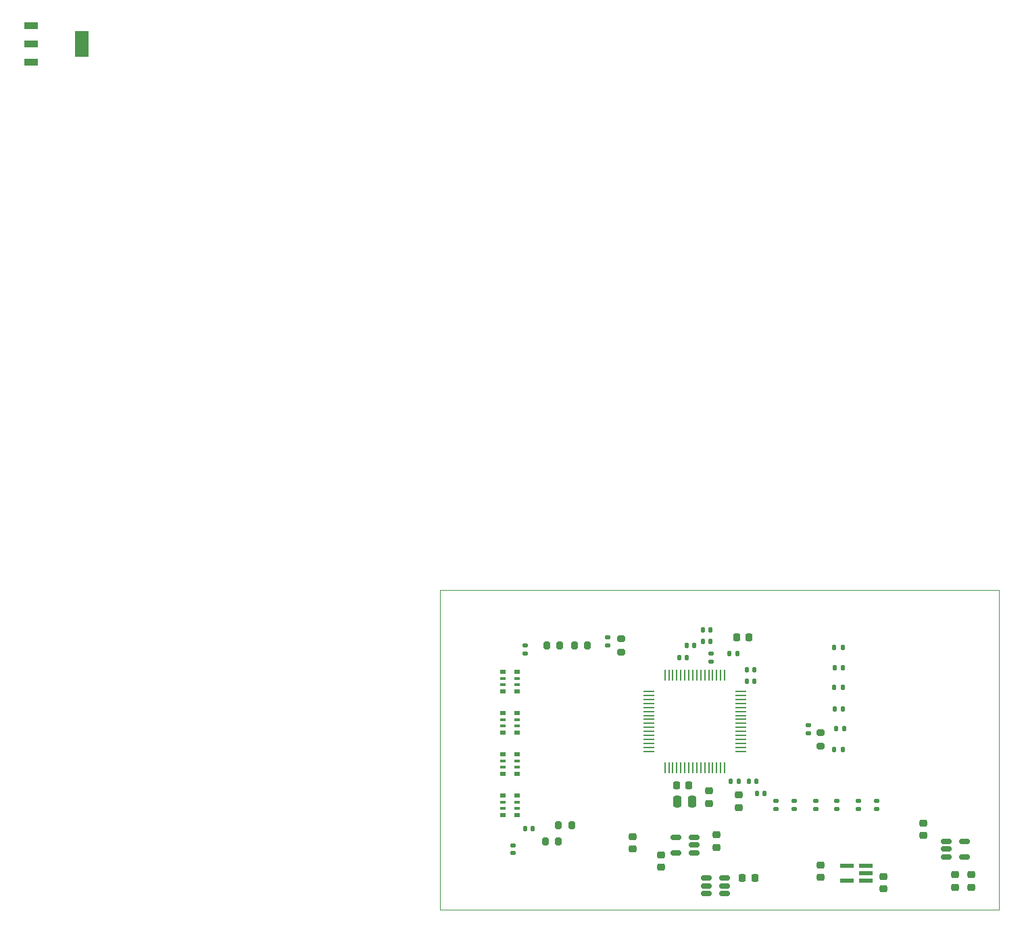
<source format=gbr>
%TF.GenerationSoftware,KiCad,Pcbnew,9.0.2-2.fc42*%
%TF.CreationDate,2025-06-23T11:30:09+02:00*%
%TF.ProjectId,bioamplifier,62696f61-6d70-46c6-9966-6965722e6b69,rev?*%
%TF.SameCoordinates,Original*%
%TF.FileFunction,Paste,Top*%
%TF.FilePolarity,Positive*%
%FSLAX46Y46*%
G04 Gerber Fmt 4.6, Leading zero omitted, Abs format (unit mm)*
G04 Created by KiCad (PCBNEW 9.0.2-2.fc42) date 2025-06-23 11:30:09*
%MOMM*%
%LPD*%
G01*
G04 APERTURE LIST*
G04 Aperture macros list*
%AMRoundRect*
0 Rectangle with rounded corners*
0 $1 Rounding radius*
0 $2 $3 $4 $5 $6 $7 $8 $9 X,Y pos of 4 corners*
0 Add a 4 corners polygon primitive as box body*
4,1,4,$2,$3,$4,$5,$6,$7,$8,$9,$2,$3,0*
0 Add four circle primitives for the rounded corners*
1,1,$1+$1,$2,$3*
1,1,$1+$1,$4,$5*
1,1,$1+$1,$6,$7*
1,1,$1+$1,$8,$9*
0 Add four rect primitives between the rounded corners*
20,1,$1+$1,$2,$3,$4,$5,0*
20,1,$1+$1,$4,$5,$6,$7,0*
20,1,$1+$1,$6,$7,$8,$9,0*
20,1,$1+$1,$8,$9,$2,$3,0*%
G04 Aperture macros list end*
%ADD10R,1.805236X0.612132*%
%ADD11RoundRect,0.135000X-0.185000X0.135000X-0.185000X-0.135000X0.185000X-0.135000X0.185000X0.135000X0*%
%ADD12R,0.800000X0.500000*%
%ADD13R,0.800000X0.400000*%
%ADD14RoundRect,0.200000X-0.200000X-0.275000X0.200000X-0.275000X0.200000X0.275000X-0.200000X0.275000X0*%
%ADD15RoundRect,0.225000X-0.250000X0.225000X-0.250000X-0.225000X0.250000X-0.225000X0.250000X0.225000X0*%
%ADD16RoundRect,0.140000X0.140000X0.170000X-0.140000X0.170000X-0.140000X-0.170000X0.140000X-0.170000X0*%
%ADD17RoundRect,0.135000X-0.135000X-0.185000X0.135000X-0.185000X0.135000X0.185000X-0.135000X0.185000X0*%
%ADD18RoundRect,0.140000X-0.170000X0.140000X-0.170000X-0.140000X0.170000X-0.140000X0.170000X0.140000X0*%
%ADD19RoundRect,0.140000X-0.140000X-0.170000X0.140000X-0.170000X0.140000X0.170000X-0.140000X0.170000X0*%
%ADD20RoundRect,0.150000X0.512500X0.150000X-0.512500X0.150000X-0.512500X-0.150000X0.512500X-0.150000X0*%
%ADD21R,1.750000X0.950000*%
%ADD22R,1.750000X3.200000*%
%ADD23RoundRect,0.150000X-0.512500X-0.150000X0.512500X-0.150000X0.512500X0.150000X-0.512500X0.150000X0*%
%ADD24RoundRect,0.140000X0.170000X-0.140000X0.170000X0.140000X-0.170000X0.140000X-0.170000X-0.140000X0*%
%ADD25RoundRect,0.250000X0.250000X0.475000X-0.250000X0.475000X-0.250000X-0.475000X0.250000X-0.475000X0*%
%ADD26RoundRect,0.225000X0.250000X-0.225000X0.250000X0.225000X-0.250000X0.225000X-0.250000X-0.225000X0*%
%ADD27R,1.346200X0.279400*%
%ADD28R,0.279400X1.346200*%
%ADD29RoundRect,0.147500X0.172500X-0.147500X0.172500X0.147500X-0.172500X0.147500X-0.172500X-0.147500X0*%
%ADD30RoundRect,0.200000X0.275000X-0.200000X0.275000X0.200000X-0.275000X0.200000X-0.275000X-0.200000X0*%
%ADD31RoundRect,0.200000X-0.275000X0.200000X-0.275000X-0.200000X0.275000X-0.200000X0.275000X0.200000X0*%
%ADD32RoundRect,0.225000X-0.225000X-0.250000X0.225000X-0.250000X0.225000X0.250000X-0.225000X0.250000X0*%
%ADD33RoundRect,0.225000X0.225000X0.250000X-0.225000X0.250000X-0.225000X-0.250000X0.225000X-0.250000X0*%
%TA.AperFunction,Profile*%
%ADD34C,0.100000*%
%TD*%
G04 APERTURE END LIST*
D10*
%TO.C,U8*%
X105650483Y-108450001D03*
X105650483Y-107500000D03*
X105650483Y-106549999D03*
X103349517Y-106549999D03*
X103349517Y-108450001D03*
%TD*%
D11*
%TO.C,R14*%
X94460000Y-98490000D03*
X94460000Y-99510000D03*
%TD*%
D12*
%TO.C,RN4*%
X62000000Y-84723435D03*
D13*
X62000000Y-83923435D03*
X62000000Y-83123435D03*
D12*
X62000000Y-82323435D03*
X60200000Y-82323435D03*
D13*
X60200000Y-83123435D03*
X60200000Y-83923435D03*
D12*
X60200000Y-84723435D03*
%TD*%
D14*
%TO.C,R22*%
X65675000Y-79000000D03*
X67325000Y-79000000D03*
%TD*%
D11*
%TO.C,R10*%
X104710000Y-98490000D03*
X104710000Y-99510000D03*
%TD*%
D15*
%TO.C,C5*%
X89750000Y-97725000D03*
X89750000Y-99275000D03*
%TD*%
D16*
%TO.C,C4*%
X89730000Y-96000000D03*
X88770000Y-96000000D03*
%TD*%
D17*
%TO.C,R7*%
X101912865Y-89422865D03*
X102932865Y-89422865D03*
%TD*%
%TO.C,R8*%
X101740000Y-92000000D03*
X102760000Y-92000000D03*
%TD*%
D18*
%TO.C,C23*%
X86250000Y-80020000D03*
X86250000Y-80980000D03*
%TD*%
D15*
%TO.C,C25*%
X107849517Y-107900001D03*
X107849517Y-109450001D03*
%TD*%
D16*
%TO.C,C21*%
X91980000Y-96000000D03*
X91020000Y-96000000D03*
%TD*%
D19*
%TO.C,C20*%
X90770000Y-82000000D03*
X91730000Y-82000000D03*
%TD*%
D20*
%TO.C,U7*%
X84137500Y-104950000D03*
X84137500Y-104000000D03*
X84137500Y-103050000D03*
X81862500Y-103050000D03*
X81862500Y-104950000D03*
%TD*%
D12*
%TO.C,RN1*%
X62000000Y-100200000D03*
D13*
X62000000Y-99400000D03*
X62000000Y-98600000D03*
D12*
X62000000Y-97800000D03*
X60200000Y-97800000D03*
D13*
X60200000Y-98600000D03*
X60200000Y-99400000D03*
D12*
X60200000Y-100200000D03*
%TD*%
D19*
%TO.C,C1*%
X92020000Y-97500000D03*
X92980000Y-97500000D03*
%TD*%
D21*
%TO.C,IC1*%
X1150000Y-1325000D03*
X1150000Y-3625000D03*
X1150000Y-5925000D03*
D22*
X7450000Y-3625000D03*
%TD*%
D23*
%TO.C,U6*%
X115725000Y-103550000D03*
X115725000Y-104500000D03*
X115725000Y-105450000D03*
X118000000Y-105450000D03*
X118000000Y-103550000D03*
%TD*%
D11*
%TO.C,R11*%
X102043332Y-98490000D03*
X102043332Y-99510000D03*
%TD*%
D14*
%TO.C,R2*%
X65520000Y-103500000D03*
X67170000Y-103500000D03*
%TD*%
D18*
%TO.C,C37*%
X61500000Y-104020000D03*
X61500000Y-104980000D03*
%TD*%
D24*
%TO.C,C39*%
X63000000Y-79960000D03*
X63000000Y-79000000D03*
%TD*%
D16*
%TO.C,C38*%
X63980000Y-101918850D03*
X63020000Y-101918850D03*
%TD*%
D25*
%TO.C,C9*%
X83950000Y-98500000D03*
X82050000Y-98500000D03*
%TD*%
D15*
%TO.C,C44*%
X76500000Y-102950000D03*
X76500000Y-104500000D03*
%TD*%
D26*
%TO.C,C42*%
X87000000Y-104275000D03*
X87000000Y-102725000D03*
%TD*%
D15*
%TO.C,C41*%
X116862500Y-107725000D03*
X116862500Y-109275000D03*
%TD*%
D11*
%TO.C,R13*%
X96710000Y-98490000D03*
X96710000Y-99510000D03*
%TD*%
%TO.C,R9*%
X107074443Y-98490000D03*
X107074443Y-99510000D03*
%TD*%
D27*
%TO.C,U1*%
X78471500Y-84750000D03*
X78471500Y-85249999D03*
X78471500Y-85750000D03*
X78471500Y-86249999D03*
X78471500Y-86750001D03*
X78471500Y-87250000D03*
X78471500Y-87749999D03*
X78471500Y-88250000D03*
X78471500Y-88750000D03*
X78471500Y-89250001D03*
X78471500Y-89750000D03*
X78471500Y-90249999D03*
X78471500Y-90750001D03*
X78471500Y-91250000D03*
X78471500Y-91750001D03*
X78471500Y-92250000D03*
D28*
X80500000Y-94278500D03*
X80999999Y-94278500D03*
X81500000Y-94278500D03*
X81999999Y-94278500D03*
X82500001Y-94278500D03*
X83000000Y-94278500D03*
X83499999Y-94278500D03*
X84000000Y-94278500D03*
X84500000Y-94278500D03*
X85000001Y-94278500D03*
X85500000Y-94278500D03*
X85999999Y-94278500D03*
X86500001Y-94278500D03*
X87000000Y-94278500D03*
X87500001Y-94278500D03*
X88000000Y-94278500D03*
D27*
X90028500Y-92250000D03*
X90028500Y-91750001D03*
X90028500Y-91250000D03*
X90028500Y-90750001D03*
X90028500Y-90249999D03*
X90028500Y-89750000D03*
X90028500Y-89250001D03*
X90028500Y-88750000D03*
X90028500Y-88250000D03*
X90028500Y-87749999D03*
X90028500Y-87250000D03*
X90028500Y-86750001D03*
X90028500Y-86249999D03*
X90028500Y-85750000D03*
X90028500Y-85249999D03*
X90028500Y-84750000D03*
D28*
X88000000Y-82721500D03*
X87500001Y-82721500D03*
X87000000Y-82721500D03*
X86500001Y-82721500D03*
X85999999Y-82721500D03*
X85500000Y-82721500D03*
X85000001Y-82721500D03*
X84500000Y-82721500D03*
X84000000Y-82721500D03*
X83499999Y-82721500D03*
X83000000Y-82721500D03*
X82500001Y-82721500D03*
X81999999Y-82721500D03*
X81500000Y-82721500D03*
X80999999Y-82721500D03*
X80500000Y-82721500D03*
%TD*%
D19*
%TO.C,C7*%
X85270000Y-77000000D03*
X86230000Y-77000000D03*
%TD*%
D29*
%TO.C,D1*%
X98500000Y-89985000D03*
X98500000Y-89015000D03*
%TD*%
D14*
%TO.C,R20*%
X67175000Y-101500000D03*
X68825000Y-101500000D03*
%TD*%
D30*
%TO.C,R18*%
X75000000Y-79825000D03*
X75000000Y-78175000D03*
%TD*%
D19*
%TO.C,C19*%
X90770000Y-83500000D03*
X91730000Y-83500000D03*
%TD*%
%TO.C,C22*%
X82290000Y-80500000D03*
X83250000Y-80500000D03*
%TD*%
D17*
%TO.C,R3*%
X101740000Y-79250000D03*
X102760000Y-79250000D03*
%TD*%
D31*
%TO.C,R1*%
X100000000Y-89925000D03*
X100000000Y-91575000D03*
%TD*%
D17*
%TO.C,R5*%
X101740000Y-84250000D03*
X102760000Y-84250000D03*
%TD*%
D18*
%TO.C,C30*%
X73305000Y-78000000D03*
X73305000Y-78960000D03*
%TD*%
D32*
%TO.C,C3*%
X89475000Y-78000000D03*
X91025000Y-78000000D03*
%TD*%
%TO.C,C46*%
X90225000Y-108087500D03*
X91775000Y-108087500D03*
%TD*%
D19*
%TO.C,C6*%
X85270000Y-78500000D03*
X86230000Y-78500000D03*
%TD*%
D15*
%TO.C,C43*%
X80000000Y-105225000D03*
X80000000Y-106775000D03*
%TD*%
%TO.C,C27*%
X112862500Y-101225000D03*
X112862500Y-102775000D03*
%TD*%
D14*
%TO.C,R17*%
X69175000Y-79000000D03*
X70825000Y-79000000D03*
%TD*%
D19*
%TO.C,C2*%
X88615000Y-80000000D03*
X89575000Y-80000000D03*
%TD*%
D23*
%TO.C,U11*%
X85725000Y-108137500D03*
X85725000Y-109087500D03*
X85725000Y-110037500D03*
X88000000Y-110037500D03*
X88000000Y-109087500D03*
X88000000Y-108137500D03*
%TD*%
D15*
%TO.C,C29*%
X118862500Y-107725000D03*
X118862500Y-109275000D03*
%TD*%
D11*
%TO.C,R12*%
X99376666Y-98490000D03*
X99376666Y-99510000D03*
%TD*%
D19*
%TO.C,C24*%
X83250000Y-79000000D03*
X84210000Y-79000000D03*
%TD*%
D12*
%TO.C,RN3*%
X62000000Y-95041145D03*
D13*
X62000000Y-94241145D03*
X62000000Y-93441145D03*
D12*
X62000000Y-92641145D03*
X60200000Y-92641145D03*
D13*
X60200000Y-93441145D03*
X60200000Y-94241145D03*
D12*
X60200000Y-95041145D03*
%TD*%
D33*
%TO.C,C10*%
X83525000Y-96500000D03*
X81975000Y-96500000D03*
%TD*%
D17*
%TO.C,R6*%
X101766826Y-86904542D03*
X102786826Y-86904542D03*
%TD*%
D26*
%TO.C,C40*%
X100000000Y-108050000D03*
X100000000Y-106500000D03*
%TD*%
D15*
%TO.C,C8*%
X86000000Y-97225000D03*
X86000000Y-98775000D03*
%TD*%
D17*
%TO.C,R4*%
X101750000Y-81750000D03*
X102770000Y-81750000D03*
%TD*%
D12*
%TO.C,RN2*%
X62000000Y-89882290D03*
D13*
X62000000Y-89082290D03*
X62000000Y-88282290D03*
D12*
X62000000Y-87482290D03*
X60200000Y-87482290D03*
D13*
X60200000Y-88282290D03*
X60200000Y-89082290D03*
D12*
X60200000Y-89882290D03*
%TD*%
D34*
X52375000Y-72050000D02*
X122375000Y-72050000D01*
X122375000Y-112050000D01*
X52375000Y-112050000D01*
X52375000Y-72050000D01*
M02*

</source>
